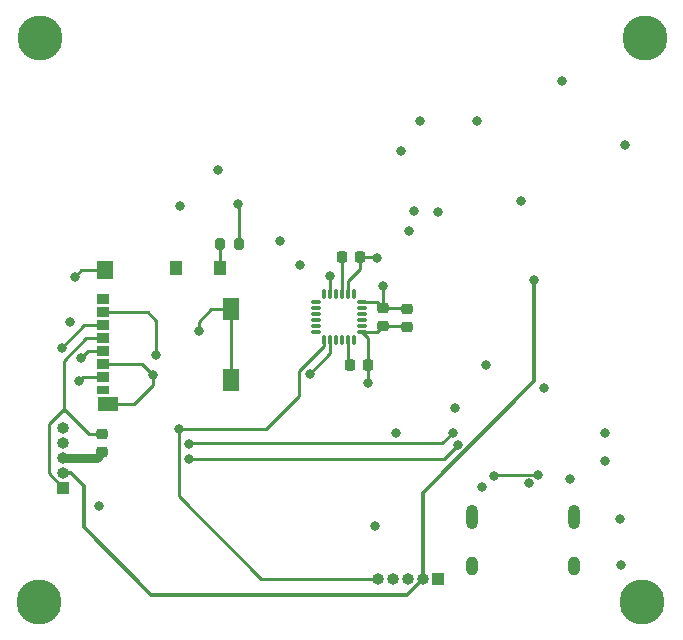
<source format=gbl>
%TF.GenerationSoftware,KiCad,Pcbnew,(6.0.8)*%
%TF.CreationDate,2023-02-13T22:42:50-05:00*%
%TF.ProjectId,miura_board,6d697572-615f-4626-9f61-72642e6b6963,rev?*%
%TF.SameCoordinates,Original*%
%TF.FileFunction,Copper,L4,Bot*%
%TF.FilePolarity,Positive*%
%FSLAX46Y46*%
G04 Gerber Fmt 4.6, Leading zero omitted, Abs format (unit mm)*
G04 Created by KiCad (PCBNEW (6.0.8)) date 2023-02-13 22:42:50*
%MOMM*%
%LPD*%
G01*
G04 APERTURE LIST*
G04 Aperture macros list*
%AMRoundRect*
0 Rectangle with rounded corners*
0 $1 Rounding radius*
0 $2 $3 $4 $5 $6 $7 $8 $9 X,Y pos of 4 corners*
0 Add a 4 corners polygon primitive as box body*
4,1,4,$2,$3,$4,$5,$6,$7,$8,$9,$2,$3,0*
0 Add four circle primitives for the rounded corners*
1,1,$1+$1,$2,$3*
1,1,$1+$1,$4,$5*
1,1,$1+$1,$6,$7*
1,1,$1+$1,$8,$9*
0 Add four rect primitives between the rounded corners*
20,1,$1+$1,$2,$3,$4,$5,0*
20,1,$1+$1,$4,$5,$6,$7,0*
20,1,$1+$1,$6,$7,$8,$9,0*
20,1,$1+$1,$8,$9,$2,$3,0*%
G04 Aperture macros list end*
%TA.AperFunction,ComponentPad*%
%ADD10C,3.800000*%
%TD*%
%TA.AperFunction,ComponentPad*%
%ADD11R,1.000000X1.000000*%
%TD*%
%TA.AperFunction,ComponentPad*%
%ADD12O,1.000000X1.000000*%
%TD*%
%TA.AperFunction,ComponentPad*%
%ADD13O,1.000000X2.100000*%
%TD*%
%TA.AperFunction,ComponentPad*%
%ADD14O,1.000000X1.600000*%
%TD*%
%TA.AperFunction,SMDPad,CuDef*%
%ADD15RoundRect,0.075000X-0.350000X-0.075000X0.350000X-0.075000X0.350000X0.075000X-0.350000X0.075000X0*%
%TD*%
%TA.AperFunction,SMDPad,CuDef*%
%ADD16RoundRect,0.075000X-0.075000X0.350000X-0.075000X-0.350000X0.075000X-0.350000X0.075000X0.350000X0*%
%TD*%
%TA.AperFunction,SMDPad,CuDef*%
%ADD17RoundRect,0.225000X-0.225000X-0.250000X0.225000X-0.250000X0.225000X0.250000X-0.225000X0.250000X0*%
%TD*%
%TA.AperFunction,SMDPad,CuDef*%
%ADD18RoundRect,0.225000X-0.250000X0.225000X-0.250000X-0.225000X0.250000X-0.225000X0.250000X0.225000X0*%
%TD*%
%TA.AperFunction,SMDPad,CuDef*%
%ADD19RoundRect,0.200000X0.200000X0.275000X-0.200000X0.275000X-0.200000X-0.275000X0.200000X-0.275000X0*%
%TD*%
%TA.AperFunction,SMDPad,CuDef*%
%ADD20R,1.350000X1.900000*%
%TD*%
%TA.AperFunction,SMDPad,CuDef*%
%ADD21R,1.350000X1.550000*%
%TD*%
%TA.AperFunction,SMDPad,CuDef*%
%ADD22R,1.800000X1.170000*%
%TD*%
%TA.AperFunction,SMDPad,CuDef*%
%ADD23R,1.000000X1.200000*%
%TD*%
%TA.AperFunction,SMDPad,CuDef*%
%ADD24R,1.100000X0.750000*%
%TD*%
%TA.AperFunction,SMDPad,CuDef*%
%ADD25R,1.100000X0.850000*%
%TD*%
%TA.AperFunction,SMDPad,CuDef*%
%ADD26RoundRect,0.225000X0.250000X-0.225000X0.250000X0.225000X-0.250000X0.225000X-0.250000X-0.225000X0*%
%TD*%
%TA.AperFunction,ViaPad*%
%ADD27C,0.800000*%
%TD*%
%TA.AperFunction,Conductor*%
%ADD28C,0.250000*%
%TD*%
%TA.AperFunction,Conductor*%
%ADD29C,0.800000*%
%TD*%
%TA.AperFunction,Conductor*%
%ADD30C,0.300000*%
%TD*%
G04 APERTURE END LIST*
D10*
%TO.P,H1,1,1*%
%TO.N,GND*%
X112760000Y-36760000D03*
%TD*%
D11*
%TO.P,J3,1,Pin_1*%
%TO.N,+3V3*%
X95250000Y-82600000D03*
D12*
%TO.P,J3,2,Pin_2*%
%TO.N,MOTOR_SUPPLY*%
X93980000Y-82600000D03*
%TO.P,J3,3,Pin_3*%
%TO.N,GND*%
X92710000Y-82600000D03*
%TO.P,J3,4,Pin_4*%
%TO.N,SCL*%
X91440000Y-82600000D03*
%TO.P,J3,5,Pin_5*%
%TO.N,SDA*%
X90170000Y-82600000D03*
%TD*%
D10*
%TO.P,H3,1,1*%
%TO.N,GND*%
X61460000Y-84530000D03*
%TD*%
%TO.P,H2,1,1*%
%TO.N,GND*%
X61540000Y-36810000D03*
%TD*%
%TO.P,H4,1,1*%
%TO.N,GND*%
X112510000Y-84560000D03*
%TD*%
D13*
%TO.P,USB1,13,SHIELD*%
%TO.N,GND*%
X106820000Y-77305000D03*
D14*
X98180000Y-81485000D03*
D13*
X98180000Y-77305000D03*
D14*
X106820000Y-81485000D03*
%TD*%
D11*
%TO.P,J2,1,Pin_1*%
%TO.N,+3V3*%
X63500000Y-74850000D03*
D12*
%TO.P,J2,2,Pin_2*%
%TO.N,MOTOR_SUPPLY*%
X63500000Y-73580000D03*
%TO.P,J2,3,Pin_3*%
%TO.N,GND*%
X63500000Y-72310000D03*
%TO.P,J2,4,Pin_4*%
%TO.N,SCL*%
X63500000Y-71040000D03*
%TO.P,J2,5,Pin_5*%
%TO.N,SDA*%
X63500000Y-69770000D03*
%TD*%
D15*
%TO.P,U6,1,CLKIN*%
%TO.N,unconnected-(U6-Pad1)*%
X84950000Y-61650000D03*
%TO.P,U6,2,NC*%
%TO.N,unconnected-(U6-Pad2)*%
X84950000Y-61150000D03*
%TO.P,U6,3,NC*%
%TO.N,unconnected-(U6-Pad3)*%
X84950000Y-60650000D03*
%TO.P,U6,4,NC*%
%TO.N,unconnected-(U6-Pad4)*%
X84950000Y-60150000D03*
%TO.P,U6,5,NC*%
%TO.N,unconnected-(U6-Pad5)*%
X84950000Y-59650000D03*
%TO.P,U6,6,AUX_SDA*%
%TO.N,unconnected-(U6-Pad6)*%
X84950000Y-59150000D03*
D16*
%TO.P,U6,7,AUX_SCL*%
%TO.N,unconnected-(U6-Pad7)*%
X85650000Y-58450000D03*
%TO.P,U6,8,VDDIO*%
%TO.N,+3V3*%
X86150000Y-58450000D03*
%TO.P,U6,9,AD0*%
%TO.N,unconnected-(U6-Pad9)*%
X86650000Y-58450000D03*
%TO.P,U6,10,REGOUT*%
%TO.N,Net-(C16-Pad1)*%
X87150000Y-58450000D03*
%TO.P,U6,11,FSYNC*%
%TO.N,GND*%
X87650000Y-58450000D03*
%TO.P,U6,12,INT*%
%TO.N,unconnected-(U6-Pad12)*%
X88150000Y-58450000D03*
D15*
%TO.P,U6,13,VDD*%
%TO.N,+3V3*%
X88850000Y-59150000D03*
%TO.P,U6,14,NC*%
%TO.N,unconnected-(U6-Pad14)*%
X88850000Y-59650000D03*
%TO.P,U6,15,NC*%
%TO.N,unconnected-(U6-Pad15)*%
X88850000Y-60150000D03*
%TO.P,U6,16,NC*%
%TO.N,unconnected-(U6-Pad16)*%
X88850000Y-60650000D03*
%TO.P,U6,17,NC*%
%TO.N,unconnected-(U6-Pad17)*%
X88850000Y-61150000D03*
%TO.P,U6,18,GND*%
%TO.N,GND*%
X88850000Y-61650000D03*
D16*
%TO.P,U6,19,NC*%
%TO.N,unconnected-(U6-Pad19)*%
X88150000Y-62350000D03*
%TO.P,U6,20,CPOUT*%
%TO.N,Net-(C29-Pad1)*%
X87650000Y-62350000D03*
%TO.P,U6,21,NC*%
%TO.N,unconnected-(U6-Pad21)*%
X87150000Y-62350000D03*
%TO.P,U6,22,NC*%
%TO.N,unconnected-(U6-Pad22)*%
X86650000Y-62350000D03*
%TO.P,U6,23,SCL*%
%TO.N,SCL*%
X86150000Y-62350000D03*
%TO.P,U6,24,SDA*%
%TO.N,SDA*%
X85650000Y-62350000D03*
%TD*%
D17*
%TO.P,C16,1*%
%TO.N,Net-(C16-Pad1)*%
X87125000Y-55300000D03*
%TO.P,C16,2*%
%TO.N,GND*%
X88675000Y-55300000D03*
%TD*%
D18*
%TO.P,C26,1*%
%TO.N,+3V3*%
X92600000Y-59725000D03*
%TO.P,C26,2*%
%TO.N,GND*%
X92600000Y-61275000D03*
%TD*%
D19*
%TO.P,R2,1*%
%TO.N,+3V3*%
X78425000Y-54200000D03*
%TO.P,R2,2*%
%TO.N,Net-(J1-Pad10)*%
X76775000Y-54200000D03*
%TD*%
D20*
%TO.P,J1,11,SHIELD*%
%TO.N,GND*%
X77762500Y-65730000D03*
D21*
X67062500Y-56435000D03*
D22*
X67287500Y-67755000D03*
D20*
X77762500Y-59760000D03*
D23*
%TO.P,J1,10,DET_A*%
%TO.N,Net-(J1-Pad10)*%
X76787500Y-56260000D03*
%TO.P,J1,9,DET_B*%
%TO.N,unconnected-(J1-Pad9)*%
X73087500Y-56260000D03*
D24*
%TO.P,J1,8,DAT1*%
%TO.N,unconnected-(J1-Pad8)*%
X66937500Y-66545000D03*
D25*
%TO.P,J1,7,DAT0*%
%TO.N,MISO*%
X66937500Y-65495000D03*
%TO.P,J1,6,VSS*%
%TO.N,GND*%
X66937500Y-64395000D03*
%TO.P,J1,5,CLK*%
%TO.N,SCLK*%
X66937500Y-63295000D03*
%TO.P,J1,4,VDD*%
%TO.N,+3V3*%
X66937500Y-62195000D03*
%TO.P,J1,3,CMD*%
%TO.N,MOSI*%
X66937500Y-61095000D03*
%TO.P,J1,2,DAT3/CD*%
%TO.N,CS*%
X66937500Y-59995000D03*
%TO.P,J1,1,DAT2*%
%TO.N,unconnected-(J1-Pad1)*%
X66937500Y-58895000D03*
%TD*%
D26*
%TO.P,C17,1*%
%TO.N,GND*%
X66800000Y-71875000D03*
%TO.P,C17,2*%
%TO.N,+3V3*%
X66800000Y-70325000D03*
%TD*%
D17*
%TO.P,C29,1*%
%TO.N,Net-(C29-Pad1)*%
X87825000Y-64500000D03*
%TO.P,C29,2*%
%TO.N,GND*%
X89375000Y-64500000D03*
%TD*%
D18*
%TO.P,C15,1*%
%TO.N,+3V3*%
X90600000Y-59625000D03*
%TO.P,C15,2*%
%TO.N,GND*%
X90600000Y-61175000D03*
%TD*%
D27*
%TO.N,GND*%
X66600000Y-76400000D03*
X64500000Y-57000000D03*
X98580000Y-43830000D03*
X93700000Y-43800000D03*
X105772500Y-40440000D03*
X95250000Y-51500000D03*
X76630000Y-47940000D03*
X99300000Y-64500000D03*
X71100000Y-65300000D03*
X93260000Y-51450000D03*
X104200000Y-66400000D03*
X90100000Y-55400000D03*
X73400000Y-50990000D03*
X64100000Y-60800000D03*
X102330000Y-50620000D03*
X89300000Y-66000000D03*
X81900000Y-54000000D03*
X92800000Y-53100000D03*
X110700000Y-77500000D03*
X89900000Y-78100000D03*
X109400000Y-70200000D03*
X92110000Y-46370000D03*
X99000000Y-74800000D03*
X111072500Y-45840000D03*
X83600000Y-56000000D03*
X109400000Y-72600000D03*
X110800000Y-81400000D03*
X75000000Y-61600000D03*
%TO.N,+3V3*%
X86100000Y-56900000D03*
X103004500Y-74500000D03*
X106400000Y-74100000D03*
X90600000Y-57800000D03*
X91700000Y-70200000D03*
X78300000Y-50800000D03*
%TO.N,TXD0*%
X97000000Y-71200000D03*
X74200000Y-72400000D03*
%TO.N,RXD0*%
X96500000Y-70200000D03*
X74190000Y-71190000D03*
%TO.N,MOTOR_SUPPLY*%
X103400000Y-57300000D03*
%TO.N,SDA*%
X73300000Y-69900000D03*
%TO.N,SCL*%
X84400000Y-65200000D03*
%TO.N,CS*%
X71400000Y-63600000D03*
%TO.N,SCLK*%
X65000000Y-63900000D03*
%TO.N,MISO*%
X64900000Y-65800000D03*
%TO.N,MOSI*%
X63400000Y-63000000D03*
%TO.N,VBUS*%
X103750000Y-73750000D03*
X100000000Y-73900000D03*
%TO.N,unconnected-(C7-Pad2)*%
X96700000Y-68100000D03*
%TD*%
D28*
%TO.N,GND*%
X67287500Y-67755000D02*
X69545000Y-67755000D01*
X89375000Y-64500000D02*
X89375000Y-65925000D01*
X90125000Y-61650000D02*
X90600000Y-61175000D01*
X67062500Y-56435000D02*
X65065000Y-56435000D01*
X89375000Y-65925000D02*
X89300000Y-66000000D01*
X87650000Y-57375000D02*
X88675000Y-56350000D01*
X65065000Y-56435000D02*
X64500000Y-57000000D01*
X71100000Y-66200000D02*
X71100000Y-65300000D01*
X90600000Y-61175000D02*
X92500000Y-61175000D01*
X77762500Y-65730000D02*
X77762500Y-59760000D01*
X77762500Y-59760000D02*
X78060000Y-59760000D01*
X69545000Y-67755000D02*
X71100000Y-66200000D01*
X88675000Y-56350000D02*
X88675000Y-55300000D01*
X88675000Y-55300000D02*
X90000000Y-55300000D01*
D29*
X63500000Y-72310000D02*
X66365000Y-72310000D01*
D28*
X89375000Y-62175000D02*
X89375000Y-64500000D01*
X75000000Y-60800000D02*
X75000000Y-61600000D01*
X92500000Y-61175000D02*
X92600000Y-61275000D01*
X90000000Y-55300000D02*
X90100000Y-55400000D01*
X76040000Y-59760000D02*
X75000000Y-60800000D01*
X88850000Y-61650000D02*
X89375000Y-62175000D01*
D29*
X66365000Y-72310000D02*
X66800000Y-71875000D01*
D28*
X88850000Y-61650000D02*
X90125000Y-61650000D01*
X66937500Y-64395000D02*
X70195000Y-64395000D01*
X87650000Y-58450000D02*
X87650000Y-57375000D01*
X70195000Y-64395000D02*
X71100000Y-65300000D01*
X77762500Y-59760000D02*
X76040000Y-59760000D01*
%TO.N,Net-(C29-Pad1)*%
X87650000Y-62350000D02*
X87650000Y-64325000D01*
X87650000Y-64325000D02*
X87825000Y-64500000D01*
%TO.N,+3V3*%
X63600000Y-68200000D02*
X63800000Y-68400000D01*
X65725000Y-70325000D02*
X66800000Y-70325000D01*
X86150000Y-58450000D02*
X86150000Y-56950000D01*
X88900000Y-59100000D02*
X90075000Y-59100000D01*
X90600000Y-59625000D02*
X92500000Y-59625000D01*
X62300000Y-73650000D02*
X63500000Y-74850000D01*
X86150000Y-56950000D02*
X86100000Y-56900000D01*
X63400000Y-68400000D02*
X62300000Y-69500000D01*
X62300000Y-69500000D02*
X62300000Y-73650000D01*
X63800000Y-68400000D02*
X65725000Y-70325000D01*
X63800000Y-68400000D02*
X63400000Y-68400000D01*
X88850000Y-59150000D02*
X88900000Y-59100000D01*
X78425000Y-54200000D02*
X78425000Y-50925000D01*
X78425000Y-50925000D02*
X78300000Y-50800000D01*
X65505000Y-62195000D02*
X63600000Y-64100000D01*
X90600000Y-59625000D02*
X90600000Y-57800000D01*
X92500000Y-59625000D02*
X92600000Y-59725000D01*
X90075000Y-59100000D02*
X90600000Y-59625000D01*
X63600000Y-64100000D02*
X63600000Y-68200000D01*
X66937500Y-62195000D02*
X65505000Y-62195000D01*
X63600000Y-68200000D02*
X63400000Y-68400000D01*
%TO.N,Net-(C16-Pad1)*%
X87125000Y-58425000D02*
X87125000Y-55300000D01*
X87150000Y-58450000D02*
X87125000Y-58425000D01*
%TO.N,TXD0*%
X96800000Y-71200000D02*
X97000000Y-71200000D01*
X95800000Y-72400000D02*
X97000000Y-71200000D01*
X74200000Y-72400000D02*
X95800000Y-72400000D01*
%TO.N,RXD0*%
X95600000Y-71100000D02*
X74280000Y-71100000D01*
X95600000Y-71100000D02*
X96500000Y-70200000D01*
X74280000Y-71100000D02*
X74190000Y-71190000D01*
D30*
%TO.N,MOTOR_SUPPLY*%
X65300000Y-78200000D02*
X71000000Y-83900000D01*
X71000000Y-83900000D02*
X92680000Y-83900000D01*
X64207106Y-73580000D02*
X65300000Y-74672894D01*
X63500000Y-73580000D02*
X64207106Y-73580000D01*
X65300000Y-74672894D02*
X65300000Y-78200000D01*
X103400000Y-65860661D02*
X103400000Y-57300000D01*
X93980000Y-76220000D02*
X93980000Y-75280661D01*
X92680000Y-83900000D02*
X93980000Y-82600000D01*
X93980000Y-75280661D02*
X103400000Y-65860661D01*
X93980000Y-82600000D02*
X93980000Y-76220000D01*
D28*
%TO.N,SDA*%
X73300000Y-75600000D02*
X80300000Y-82600000D01*
X85650000Y-62850000D02*
X83500000Y-65000000D01*
X73300000Y-69900000D02*
X73300000Y-75600000D01*
X83500000Y-67100000D02*
X80700000Y-69900000D01*
X80700000Y-69900000D02*
X73300000Y-69900000D01*
X80300000Y-82600000D02*
X90170000Y-82600000D01*
X85650000Y-62350000D02*
X85650000Y-62850000D01*
X83500000Y-65000000D02*
X83500000Y-67100000D01*
%TO.N,SCL*%
X84400000Y-65200000D02*
X86150000Y-63450000D01*
X86150000Y-63450000D02*
X86150000Y-62350000D01*
%TO.N,CS*%
X70695000Y-59995000D02*
X66937500Y-59995000D01*
X71400000Y-60700000D02*
X70695000Y-59995000D01*
X71400000Y-63600000D02*
X71400000Y-60700000D01*
%TO.N,SCLK*%
X66937500Y-63295000D02*
X65605000Y-63295000D01*
X65605000Y-63295000D02*
X65000000Y-63900000D01*
%TO.N,MISO*%
X66937500Y-65495000D02*
X65205000Y-65495000D01*
X65205000Y-65495000D02*
X64900000Y-65800000D01*
%TO.N,MOSI*%
X65305000Y-61095000D02*
X66937500Y-61095000D01*
X63400000Y-63000000D02*
X65305000Y-61095000D01*
%TO.N,Net-(J1-Pad10)*%
X76775000Y-56247500D02*
X76787500Y-56260000D01*
X76775000Y-54200000D02*
X76775000Y-56247500D01*
%TO.N,VBUS*%
X100000000Y-73900000D02*
X100125000Y-73775000D01*
X100125000Y-73775000D02*
X103725000Y-73775000D01*
X103725000Y-73775000D02*
X103750000Y-73750000D01*
%TD*%
M02*

</source>
